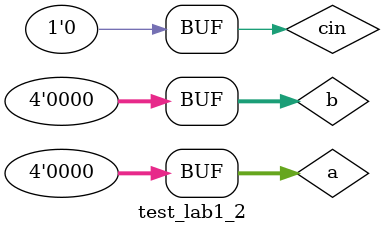
<source format=v>
`timescale 1ns / 1ps


module test_lab1_2;

	// Inputs
	reg [3:0] a;
	reg [3:0] b;
	reg cin;

	// Outputs
	wire [3:0] s;
	wire cout;

	// Instantiate the Unit Under Test (UUT)
	lab1_2 uut (
		.a(a), 
		.b(b), 
		.cin(cin), 
		.s(s), 
		.cout(cout)
	);

	initial begin
		// Initialize Inputs
		a = 0;
		b = 0;
		cin = 0;

		// Wait 100 ns for global reset to finish
		#100;
        
		// Add stimulus here


	end
      
endmodule


</source>
